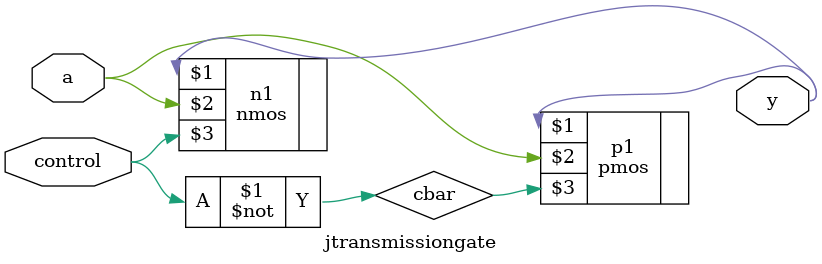
<source format=v>
module jtransmissiongate(y,control,a);
	output y;
	input a,control;
	
	wire cbar;
	
	assign cbar = ~control;
	
	nmos n1(y,a,control);
	pmos p1(y,a,cbar);
	//cmos c1(y,a,control,cbar);
	
endmodule

</source>
